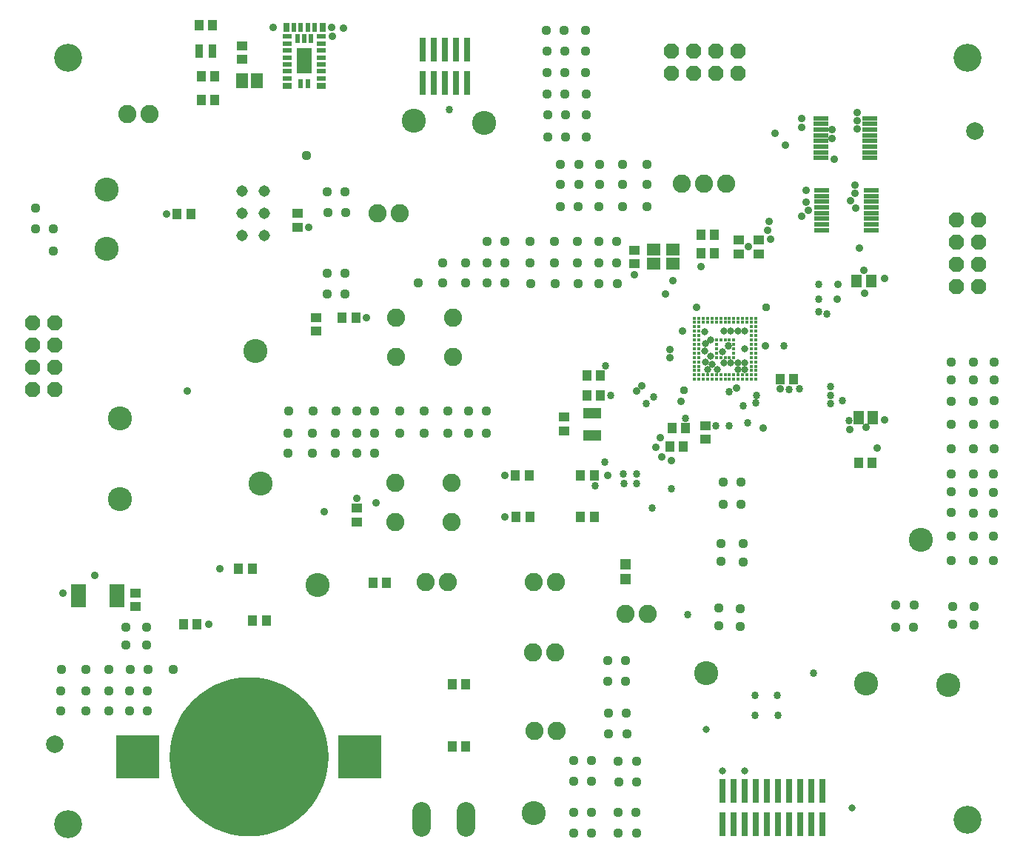
<source format=gts>
G75*
%MOIN*%
%OFA0B0*%
%FSLAX25Y25*%
%IPPOS*%
%LPD*%
%AMOC8*
5,1,8,0,0,1.08239X$1,22.5*
%
%ADD10C,0.10800*%
%ADD11R,0.04619X0.04422*%
%ADD12R,0.04422X0.04619*%
%ADD13C,0.08200*%
%ADD14R,0.04658X0.04225*%
%ADD15C,0.12611*%
%ADD16OC8,0.06800*%
%ADD17R,0.04225X0.04658*%
%ADD18R,0.06600X0.02200*%
%ADD19R,0.04737X0.05131*%
%ADD20R,0.04698X0.01981*%
%ADD21R,0.06312X0.05328*%
%ADD22R,0.08280X0.05131*%
%ADD23C,0.07874*%
%ADD24C,0.01784*%
%ADD25C,0.03753*%
%ADD26R,0.06700X0.02500*%
%ADD27R,0.02375X0.03950*%
%ADD28R,0.06706X0.11824*%
%ADD29R,0.03950X0.02375*%
%ADD30R,0.02965X0.03950*%
%ADD31R,0.03950X0.02965*%
%ADD32R,0.03556X0.06312*%
%ADD33C,0.05162*%
%ADD34R,0.05367X0.06587*%
%ADD35C,0.08300*%
%ADD36R,0.16800X0.16800*%
%ADD37R,0.19800X0.19800*%
%ADD38C,0.00500*%
%ADD39R,0.02769X0.10643*%
%ADD40C,0.03200*%
%ADD41C,0.03581*%
%ADD42C,0.03400*%
%ADD43C,0.04369*%
D10*
X0173469Y0133921D03*
X0147756Y0179346D03*
X0084252Y0172417D03*
X0084252Y0208795D03*
X0145193Y0239083D03*
X0078346Y0285094D03*
X0078346Y0311709D03*
X0216745Y0342869D03*
X0248484Y0341890D03*
X0445039Y0153992D03*
X0457443Y0088761D03*
X0420217Y0089563D03*
X0348484Y0094000D03*
X0270783Y0031142D03*
D11*
X0091378Y0124169D03*
X0091378Y0130272D03*
X0172685Y0248008D03*
X0172685Y0254110D03*
X0284417Y0209362D03*
X0284417Y0203260D03*
X0347984Y0205551D03*
X0347984Y0199449D03*
X0315984Y0278449D03*
X0315984Y0284551D03*
X0362984Y0282949D03*
X0362984Y0289051D03*
X0372031Y0289051D03*
X0372031Y0282949D03*
X0139488Y0370465D03*
X0139488Y0376567D03*
D12*
X0126055Y0385748D03*
X0119953Y0385748D03*
X0120929Y0362657D03*
X0127031Y0362657D03*
X0127047Y0352020D03*
X0120945Y0352020D03*
X0294579Y0227984D03*
X0300681Y0227984D03*
X0300835Y0219189D03*
X0294732Y0219189D03*
X0332933Y0204516D03*
X0339035Y0204516D03*
X0338051Y0196000D03*
X0331949Y0196000D03*
X0381630Y0226492D03*
X0387732Y0226492D03*
X0416957Y0188665D03*
X0423059Y0188665D03*
X0352035Y0283000D03*
X0345933Y0283000D03*
X0345933Y0291500D03*
X0352035Y0291500D03*
X0204409Y0134906D03*
X0198307Y0134906D03*
X0233933Y0089000D03*
X0240035Y0089000D03*
X0240142Y0061000D03*
X0234039Y0061000D03*
X0119035Y0116000D03*
X0112933Y0116000D03*
D13*
X0208184Y0162100D03*
X0208184Y0179900D03*
X0233784Y0179900D03*
X0233784Y0162100D03*
X0231984Y0135000D03*
X0221984Y0135000D03*
X0270484Y0103500D03*
X0280484Y0103500D03*
X0311953Y0120720D03*
X0321953Y0120720D03*
X0280559Y0135000D03*
X0270559Y0135000D03*
X0270984Y0068000D03*
X0280984Y0068000D03*
X0234316Y0236431D03*
X0234316Y0254231D03*
X0208716Y0254231D03*
X0208716Y0236431D03*
X0210315Y0301000D03*
X0200315Y0301000D03*
X0097669Y0345728D03*
X0087669Y0345728D03*
X0337244Y0314622D03*
X0347244Y0314622D03*
X0357244Y0314622D03*
D14*
X0190984Y0168362D03*
X0190984Y0162063D03*
X0164291Y0294780D03*
X0164291Y0301079D03*
D15*
X0060984Y0026000D03*
X0465984Y0028000D03*
X0465984Y0371000D03*
X0060984Y0371000D03*
D16*
X0055000Y0251748D03*
X0055000Y0241748D03*
X0045000Y0241748D03*
X0045000Y0251748D03*
X0045000Y0231748D03*
X0045000Y0221748D03*
X0055000Y0221748D03*
X0055000Y0231748D03*
X0332720Y0364000D03*
X0342720Y0364000D03*
X0352720Y0364000D03*
X0362720Y0364000D03*
X0362720Y0374000D03*
X0352720Y0374000D03*
X0342720Y0374000D03*
X0332720Y0374000D03*
X0460984Y0298000D03*
X0470984Y0298000D03*
X0470984Y0288000D03*
X0460984Y0288000D03*
X0460984Y0278000D03*
X0470984Y0278000D03*
X0470984Y0268000D03*
X0460984Y0268000D03*
D17*
X0298134Y0183000D03*
X0291835Y0183000D03*
X0291835Y0164500D03*
X0298134Y0164500D03*
X0269134Y0164500D03*
X0262835Y0164500D03*
X0262335Y0183000D03*
X0268634Y0183000D03*
X0190650Y0254110D03*
X0184350Y0254110D03*
X0116260Y0300843D03*
X0109961Y0300843D03*
X0137835Y0141000D03*
X0144134Y0141000D03*
X0144134Y0117969D03*
X0150433Y0117969D03*
D18*
X0400337Y0293531D03*
X0400337Y0296091D03*
X0400337Y0298650D03*
X0400337Y0301209D03*
X0400337Y0303768D03*
X0400337Y0306327D03*
X0400337Y0308886D03*
X0400337Y0311445D03*
X0399951Y0325996D03*
X0399951Y0328555D03*
X0399951Y0331114D03*
X0399951Y0333673D03*
X0399951Y0336232D03*
X0399951Y0338791D03*
X0399951Y0341350D03*
X0399951Y0343909D03*
X0422151Y0343909D03*
X0422151Y0341350D03*
X0422151Y0338791D03*
X0422151Y0336232D03*
X0422151Y0333673D03*
X0422151Y0331114D03*
X0422151Y0328555D03*
X0422151Y0325996D03*
X0422537Y0311445D03*
X0422537Y0308886D03*
X0422537Y0306327D03*
X0422537Y0303768D03*
X0422537Y0301209D03*
X0422537Y0298650D03*
X0422537Y0296091D03*
X0422537Y0293531D03*
D19*
X0311984Y0143035D03*
X0311984Y0136343D03*
D20*
X0417165Y0207228D03*
X0417165Y0209197D03*
X0417165Y0211165D03*
X0423504Y0211165D03*
X0423504Y0209197D03*
X0423504Y0207228D03*
X0422520Y0268661D03*
X0422520Y0270630D03*
X0422520Y0272598D03*
X0416181Y0272598D03*
X0416181Y0270630D03*
X0416181Y0268661D03*
D21*
X0333315Y0278350D03*
X0333315Y0284650D03*
X0324654Y0284650D03*
X0324654Y0278350D03*
D22*
X0296937Y0211118D03*
X0296937Y0201276D03*
D23*
X0469484Y0338000D03*
X0054984Y0062000D03*
D24*
X0343071Y0226394D03*
X0343071Y0228362D03*
X0345039Y0228362D03*
X0345039Y0226394D03*
X0347008Y0226394D03*
X0347008Y0228362D03*
X0348976Y0228362D03*
X0348976Y0226394D03*
X0350945Y0226394D03*
X0350945Y0228362D03*
X0352913Y0228362D03*
X0352913Y0226394D03*
X0354882Y0226394D03*
X0354882Y0228362D03*
X0356850Y0228362D03*
X0356850Y0226394D03*
X0358819Y0226394D03*
X0358819Y0228362D03*
X0360787Y0228362D03*
X0360787Y0226394D03*
X0362756Y0226394D03*
X0362756Y0228362D03*
X0364724Y0228362D03*
X0364724Y0226394D03*
X0366693Y0226394D03*
X0366693Y0228362D03*
X0368661Y0228362D03*
X0368661Y0226394D03*
X0370630Y0226394D03*
X0370630Y0228362D03*
X0370630Y0230331D03*
X0370630Y0232299D03*
X0368661Y0232299D03*
X0368661Y0230331D03*
X0368661Y0234268D03*
X0368661Y0236236D03*
X0368661Y0238205D03*
X0368661Y0240173D03*
X0368661Y0242142D03*
X0368661Y0244110D03*
X0368661Y0246079D03*
X0368661Y0248047D03*
X0368661Y0250016D03*
X0368661Y0251984D03*
X0366693Y0251984D03*
X0364724Y0251984D03*
X0362756Y0251984D03*
X0360787Y0251984D03*
X0358819Y0251984D03*
X0356850Y0251984D03*
X0354882Y0251984D03*
X0352913Y0251984D03*
X0350945Y0251984D03*
X0348976Y0251984D03*
X0347008Y0251984D03*
X0345039Y0251984D03*
X0343071Y0251984D03*
X0343071Y0250016D03*
X0345039Y0250016D03*
X0345039Y0248047D03*
X0343071Y0248047D03*
X0343071Y0246079D03*
X0345039Y0246079D03*
X0345039Y0244110D03*
X0343071Y0244110D03*
X0343071Y0242142D03*
X0345039Y0242142D03*
X0345039Y0240173D03*
X0343071Y0240173D03*
X0343071Y0238205D03*
X0345039Y0238205D03*
X0345039Y0236236D03*
X0343071Y0236236D03*
X0343071Y0234268D03*
X0345039Y0234268D03*
X0345039Y0232299D03*
X0343071Y0232299D03*
X0343071Y0230331D03*
X0345039Y0230331D03*
X0352913Y0236236D03*
X0352913Y0238205D03*
X0352913Y0240173D03*
X0352913Y0242142D03*
X0352913Y0244110D03*
X0354882Y0244110D03*
X0356850Y0244110D03*
X0358819Y0244110D03*
X0360787Y0244110D03*
X0360787Y0242142D03*
X0360787Y0240173D03*
X0360787Y0238205D03*
X0360787Y0236236D03*
X0358819Y0236236D03*
X0356850Y0236236D03*
X0354882Y0236236D03*
X0370630Y0236236D03*
X0370630Y0234268D03*
X0370630Y0238205D03*
X0370630Y0240173D03*
X0370630Y0242142D03*
X0370630Y0244110D03*
X0370630Y0246079D03*
X0370630Y0248047D03*
X0370630Y0250016D03*
X0370630Y0251984D03*
X0370630Y0253953D03*
X0368661Y0253953D03*
X0366693Y0253953D03*
X0364724Y0253953D03*
X0362756Y0253953D03*
X0360787Y0253953D03*
X0358819Y0253953D03*
X0356850Y0253953D03*
X0354882Y0253953D03*
X0352913Y0253953D03*
X0350945Y0253953D03*
X0348976Y0253953D03*
X0347008Y0253953D03*
X0345039Y0253953D03*
X0343071Y0253953D03*
D25*
X0375394Y0258717D03*
X0338307Y0221630D03*
D26*
X0082974Y0132753D03*
X0082974Y0130253D03*
X0082974Y0127653D03*
X0082974Y0125153D03*
X0065774Y0125153D03*
X0065774Y0127653D03*
X0065774Y0130253D03*
X0065774Y0132753D03*
D27*
X0165787Y0359504D03*
X0168937Y0359504D03*
X0167362Y0379976D03*
X0164213Y0379976D03*
X0165787Y0384701D03*
X0162638Y0384701D03*
X0168937Y0384701D03*
X0172087Y0384701D03*
X0170512Y0379976D03*
D28*
X0167362Y0369740D03*
D29*
X0175039Y0368165D03*
X0175039Y0365016D03*
X0175039Y0361866D03*
X0175039Y0371315D03*
X0175039Y0374465D03*
X0175039Y0377614D03*
X0175039Y0380764D03*
X0159685Y0380764D03*
X0159685Y0377614D03*
X0159685Y0374465D03*
X0159685Y0371315D03*
X0159685Y0368165D03*
X0159685Y0365016D03*
X0159685Y0361866D03*
D30*
X0159193Y0384701D03*
X0175531Y0384701D03*
D31*
X0175039Y0358421D03*
X0159685Y0358421D03*
D32*
X0125957Y0374126D03*
X0120051Y0374126D03*
D33*
X0139252Y0311079D03*
X0149252Y0311079D03*
X0149252Y0301079D03*
X0139252Y0301079D03*
X0139252Y0291079D03*
X0149252Y0291079D03*
D34*
X0146165Y0360870D03*
X0139276Y0360870D03*
D35*
X0219984Y0032250D02*
X0219984Y0024750D01*
X0239984Y0024750D02*
X0239984Y0032250D01*
D36*
X0142484Y0056500D03*
D37*
X0092484Y0056500D03*
X0192484Y0056500D03*
D38*
X0177917Y0056500D02*
X0177695Y0052533D01*
X0177029Y0048615D01*
X0175929Y0044797D01*
X0174408Y0041126D01*
X0172486Y0037648D01*
X0170187Y0034408D01*
X0167539Y0031445D01*
X0164576Y0028797D01*
X0161336Y0026498D01*
X0157858Y0024576D01*
X0154187Y0023055D01*
X0150369Y0021955D01*
X0146452Y0021290D01*
X0142484Y0021067D01*
X0138517Y0021290D01*
X0134600Y0021955D01*
X0130781Y0023055D01*
X0127110Y0024576D01*
X0123633Y0026498D01*
X0120392Y0028797D01*
X0117429Y0031445D01*
X0114782Y0034408D01*
X0112482Y0037648D01*
X0110560Y0041126D01*
X0109040Y0044797D01*
X0107940Y0048615D01*
X0107274Y0052533D01*
X0107051Y0056500D01*
X0107274Y0060467D01*
X0107940Y0064385D01*
X0109040Y0068203D01*
X0110560Y0071874D01*
X0112482Y0075352D01*
X0114782Y0078592D01*
X0117429Y0081555D01*
X0120392Y0084203D01*
X0123633Y0086502D01*
X0127110Y0088424D01*
X0130781Y0089945D01*
X0134600Y0091045D01*
X0138517Y0091710D01*
X0142484Y0091933D01*
X0146452Y0091710D01*
X0150369Y0091045D01*
X0154187Y0089945D01*
X0157858Y0088424D01*
X0161336Y0086502D01*
X0164576Y0084203D01*
X0167539Y0081555D01*
X0170187Y0078592D01*
X0172486Y0075352D01*
X0174408Y0071874D01*
X0175929Y0068203D01*
X0177029Y0064385D01*
X0177695Y0060467D01*
X0177917Y0056500D01*
X0177908Y0056335D02*
X0107060Y0056335D01*
X0107070Y0056833D02*
X0177899Y0056833D01*
X0177871Y0057332D02*
X0107098Y0057332D01*
X0107126Y0057830D02*
X0177843Y0057830D01*
X0177815Y0058329D02*
X0107154Y0058329D01*
X0107182Y0058827D02*
X0177787Y0058827D01*
X0177759Y0059326D02*
X0107210Y0059326D01*
X0107238Y0059824D02*
X0177731Y0059824D01*
X0177703Y0060323D02*
X0107266Y0060323D01*
X0107334Y0060821D02*
X0177634Y0060821D01*
X0177550Y0061320D02*
X0107419Y0061320D01*
X0107504Y0061818D02*
X0177465Y0061818D01*
X0177380Y0062317D02*
X0107588Y0062317D01*
X0107673Y0062815D02*
X0177296Y0062815D01*
X0177211Y0063314D02*
X0107758Y0063314D01*
X0107842Y0063812D02*
X0177126Y0063812D01*
X0177041Y0064311D02*
X0107927Y0064311D01*
X0108062Y0064809D02*
X0176907Y0064809D01*
X0176763Y0065308D02*
X0108206Y0065308D01*
X0108349Y0065806D02*
X0176619Y0065806D01*
X0176476Y0066305D02*
X0108493Y0066305D01*
X0108636Y0066803D02*
X0176332Y0066803D01*
X0176188Y0067302D02*
X0108780Y0067302D01*
X0108924Y0067801D02*
X0176045Y0067801D01*
X0175889Y0068299D02*
X0109079Y0068299D01*
X0109286Y0068798D02*
X0175683Y0068798D01*
X0175476Y0069296D02*
X0109492Y0069296D01*
X0109699Y0069795D02*
X0175270Y0069795D01*
X0175063Y0070293D02*
X0109905Y0070293D01*
X0110112Y0070792D02*
X0174857Y0070792D01*
X0174650Y0071290D02*
X0110318Y0071290D01*
X0110525Y0071789D02*
X0174444Y0071789D01*
X0174180Y0072287D02*
X0110789Y0072287D01*
X0111064Y0072786D02*
X0173904Y0072786D01*
X0173629Y0073284D02*
X0111340Y0073284D01*
X0111615Y0073783D02*
X0173353Y0073783D01*
X0173078Y0074281D02*
X0111891Y0074281D01*
X0112166Y0074780D02*
X0172802Y0074780D01*
X0172527Y0075278D02*
X0112442Y0075278D01*
X0112784Y0075777D02*
X0172185Y0075777D01*
X0171831Y0076275D02*
X0113138Y0076275D01*
X0113491Y0076774D02*
X0171477Y0076774D01*
X0171123Y0077272D02*
X0113845Y0077272D01*
X0114199Y0077771D02*
X0170770Y0077771D01*
X0170416Y0078269D02*
X0114552Y0078269D01*
X0114938Y0078768D02*
X0170030Y0078768D01*
X0169585Y0079266D02*
X0115384Y0079266D01*
X0115829Y0079765D02*
X0169139Y0079765D01*
X0168694Y0080263D02*
X0116275Y0080263D01*
X0116720Y0080762D02*
X0168248Y0080762D01*
X0167803Y0081260D02*
X0117166Y0081260D01*
X0117657Y0081759D02*
X0167311Y0081759D01*
X0166753Y0082257D02*
X0118215Y0082257D01*
X0118773Y0082756D02*
X0166195Y0082756D01*
X0165638Y0083254D02*
X0119331Y0083254D01*
X0119889Y0083753D02*
X0165080Y0083753D01*
X0164508Y0084251D02*
X0120461Y0084251D01*
X0121163Y0084750D02*
X0163805Y0084750D01*
X0163103Y0085248D02*
X0121866Y0085248D01*
X0122568Y0085747D02*
X0162400Y0085747D01*
X0161697Y0086245D02*
X0123271Y0086245D01*
X0124070Y0086744D02*
X0160898Y0086744D01*
X0159996Y0087242D02*
X0124972Y0087242D01*
X0125874Y0087741D02*
X0159094Y0087741D01*
X0158192Y0088239D02*
X0126776Y0088239D01*
X0127868Y0088738D02*
X0157100Y0088738D01*
X0155897Y0089237D02*
X0129072Y0089237D01*
X0130275Y0089735D02*
X0154693Y0089735D01*
X0153184Y0090234D02*
X0131784Y0090234D01*
X0133514Y0090732D02*
X0151454Y0090732D01*
X0149275Y0091231D02*
X0135694Y0091231D01*
X0138852Y0091729D02*
X0146117Y0091729D01*
X0177880Y0055836D02*
X0107088Y0055836D01*
X0107116Y0055338D02*
X0177852Y0055338D01*
X0177824Y0054839D02*
X0107144Y0054839D01*
X0107172Y0054341D02*
X0177796Y0054341D01*
X0177768Y0053842D02*
X0107200Y0053842D01*
X0107228Y0053344D02*
X0177740Y0053344D01*
X0177712Y0052845D02*
X0107256Y0052845D01*
X0107306Y0052347D02*
X0177663Y0052347D01*
X0177578Y0051848D02*
X0107390Y0051848D01*
X0107475Y0051350D02*
X0177494Y0051350D01*
X0177409Y0050851D02*
X0107560Y0050851D01*
X0107644Y0050353D02*
X0177324Y0050353D01*
X0177239Y0049854D02*
X0107729Y0049854D01*
X0107814Y0049356D02*
X0177155Y0049356D01*
X0177070Y0048857D02*
X0107899Y0048857D01*
X0108014Y0048359D02*
X0176955Y0048359D01*
X0176811Y0047860D02*
X0108157Y0047860D01*
X0108301Y0047362D02*
X0176668Y0047362D01*
X0176524Y0046863D02*
X0108444Y0046863D01*
X0108588Y0046365D02*
X0176380Y0046365D01*
X0176237Y0045866D02*
X0108732Y0045866D01*
X0108875Y0045368D02*
X0176093Y0045368D01*
X0175950Y0044869D02*
X0109019Y0044869D01*
X0109216Y0044370D02*
X0175752Y0044370D01*
X0175546Y0043872D02*
X0109423Y0043872D01*
X0109629Y0043373D02*
X0175339Y0043373D01*
X0175133Y0042875D02*
X0109836Y0042875D01*
X0110042Y0042376D02*
X0174926Y0042376D01*
X0174720Y0041878D02*
X0110249Y0041878D01*
X0110455Y0041379D02*
X0174513Y0041379D01*
X0174273Y0040881D02*
X0110696Y0040881D01*
X0110971Y0040382D02*
X0173997Y0040382D01*
X0173722Y0039884D02*
X0111247Y0039884D01*
X0111522Y0039385D02*
X0173446Y0039385D01*
X0173171Y0038887D02*
X0111798Y0038887D01*
X0112073Y0038388D02*
X0172895Y0038388D01*
X0172620Y0037890D02*
X0112349Y0037890D01*
X0112665Y0037391D02*
X0172304Y0037391D01*
X0171950Y0036893D02*
X0113018Y0036893D01*
X0113372Y0036394D02*
X0171596Y0036394D01*
X0171243Y0035896D02*
X0113726Y0035896D01*
X0114080Y0035397D02*
X0170889Y0035397D01*
X0170535Y0034899D02*
X0114433Y0034899D01*
X0114788Y0034400D02*
X0170180Y0034400D01*
X0169735Y0033902D02*
X0115234Y0033902D01*
X0115679Y0033403D02*
X0169289Y0033403D01*
X0168844Y0032905D02*
X0116125Y0032905D01*
X0116570Y0032406D02*
X0168398Y0032406D01*
X0167953Y0031908D02*
X0117016Y0031908D01*
X0117469Y0031409D02*
X0167499Y0031409D01*
X0166941Y0030911D02*
X0118027Y0030911D01*
X0118585Y0030412D02*
X0166383Y0030412D01*
X0165826Y0029914D02*
X0119143Y0029914D01*
X0119701Y0029415D02*
X0165268Y0029415D01*
X0164710Y0028917D02*
X0120259Y0028917D01*
X0120927Y0028418D02*
X0164042Y0028418D01*
X0163339Y0027920D02*
X0121629Y0027920D01*
X0122332Y0027421D02*
X0162637Y0027421D01*
X0161934Y0026923D02*
X0123034Y0026923D01*
X0123766Y0026424D02*
X0161202Y0026424D01*
X0160300Y0025926D02*
X0124668Y0025926D01*
X0125570Y0025427D02*
X0159398Y0025427D01*
X0158496Y0024929D02*
X0126472Y0024929D01*
X0127463Y0024430D02*
X0157506Y0024430D01*
X0156302Y0023932D02*
X0128666Y0023932D01*
X0129870Y0023433D02*
X0155099Y0023433D01*
X0153768Y0022934D02*
X0131201Y0022934D01*
X0132931Y0022436D02*
X0152037Y0022436D01*
X0150264Y0021937D02*
X0134705Y0021937D01*
X0137639Y0021439D02*
X0147330Y0021439D01*
D39*
X0355586Y0026038D03*
X0360586Y0026038D03*
X0365586Y0026038D03*
X0370586Y0026038D03*
X0375586Y0026038D03*
X0380586Y0026038D03*
X0385586Y0026038D03*
X0390586Y0026038D03*
X0395586Y0026038D03*
X0400586Y0026038D03*
X0400586Y0041038D03*
X0395586Y0041038D03*
X0390586Y0041038D03*
X0385586Y0041038D03*
X0380586Y0041038D03*
X0375586Y0041038D03*
X0370586Y0041038D03*
X0365586Y0041038D03*
X0360586Y0041038D03*
X0355586Y0041038D03*
X0240743Y0359946D03*
X0235743Y0359946D03*
X0230743Y0359946D03*
X0225743Y0359946D03*
X0220743Y0359946D03*
X0220743Y0374946D03*
X0225743Y0374946D03*
X0230743Y0374946D03*
X0235743Y0374946D03*
X0240743Y0374946D03*
D40*
X0347598Y0247654D03*
X0350354Y0244307D03*
X0347992Y0242339D03*
X0347795Y0239189D03*
X0350354Y0236827D03*
X0347992Y0234268D03*
X0351142Y0233283D03*
X0353307Y0230921D03*
X0356260Y0233874D03*
X0359409Y0233874D03*
X0362559Y0233874D03*
X0362559Y0230724D03*
X0365709Y0230724D03*
X0365709Y0233874D03*
X0365709Y0240173D03*
X0365709Y0248244D03*
X0362559Y0248244D03*
X0359409Y0248244D03*
X0356260Y0248244D03*
X0355669Y0238795D03*
X0348976Y0230724D03*
X0348484Y0068701D03*
X0355670Y0050053D03*
X0365562Y0050307D03*
X0414054Y0033629D03*
D41*
X0257717Y0164504D03*
X0257795Y0183047D03*
X0304008Y0183000D03*
X0325787Y0195961D03*
X0327520Y0200016D03*
X0328307Y0191551D03*
X0332638Y0189976D03*
X0336969Y0216551D03*
X0319449Y0223638D03*
X0316890Y0221079D03*
X0332047Y0236039D03*
X0332047Y0239780D03*
X0337559Y0248047D03*
X0343858Y0258874D03*
X0329882Y0264780D03*
X0333346Y0270843D03*
X0345906Y0277299D03*
X0367480Y0286236D03*
X0377323Y0289386D03*
X0376142Y0293520D03*
X0376535Y0297457D03*
X0391299Y0299819D03*
X0394449Y0302378D03*
X0393465Y0306118D03*
X0393268Y0311433D03*
X0405866Y0325606D03*
X0404882Y0334661D03*
X0404882Y0338795D03*
X0416496Y0338992D03*
X0416496Y0342732D03*
X0416496Y0346472D03*
X0391496Y0343913D03*
X0391496Y0339976D03*
X0384016Y0331709D03*
X0379291Y0337220D03*
X0415512Y0313795D03*
X0415512Y0310055D03*
X0413346Y0306709D03*
X0415709Y0303362D03*
X0417283Y0285646D03*
X0419449Y0275409D03*
X0428701Y0271866D03*
X0419646Y0265173D03*
X0407441Y0262614D03*
X0407638Y0269307D03*
X0374961Y0241354D03*
X0381654Y0222063D03*
X0362165Y0222457D03*
X0373976Y0204346D03*
X0412953Y0203677D03*
X0420433Y0204740D03*
X0428701Y0208087D03*
X0425354Y0195567D03*
X0315945Y0273598D03*
X0195433Y0254150D03*
X0169213Y0294780D03*
X0105472Y0300803D03*
X0180079Y0380724D03*
X0179685Y0384858D03*
X0185000Y0384465D03*
X0153504Y0384661D03*
X0114528Y0221079D03*
X0176339Y0166748D03*
X0190906Y0172654D03*
X0199764Y0170882D03*
X0129213Y0141000D03*
X0124449Y0116000D03*
X0072992Y0138205D03*
X0058740Y0130252D03*
D42*
X0298189Y0178362D03*
X0302520Y0188992D03*
X0311181Y0183677D03*
X0311378Y0179543D03*
X0316890Y0179543D03*
X0316890Y0183677D03*
X0332835Y0177102D03*
X0324173Y0168520D03*
X0352520Y0205528D03*
X0358819Y0205528D03*
X0367087Y0206906D03*
X0365118Y0214386D03*
X0370630Y0215961D03*
X0371024Y0219307D03*
X0358819Y0220882D03*
X0339134Y0208874D03*
X0324685Y0218598D03*
X0321260Y0215528D03*
X0305276Y0219307D03*
X0303110Y0232496D03*
X0358228Y0241551D03*
X0383425Y0241354D03*
X0385787Y0221866D03*
X0390315Y0222260D03*
X0404291Y0223244D03*
X0404291Y0219307D03*
X0404291Y0215370D03*
X0409606Y0216748D03*
X0412756Y0207890D03*
X0402717Y0255724D03*
X0399173Y0256709D03*
X0399173Y0262417D03*
X0399173Y0269307D03*
X0232833Y0347721D03*
X0340118Y0120488D03*
X0370433Y0084071D03*
X0380472Y0084071D03*
X0380669Y0075016D03*
X0370433Y0075016D03*
X0396614Y0093992D03*
D43*
X0363740Y0115173D03*
X0363740Y0123244D03*
X0353898Y0123441D03*
X0353898Y0115370D03*
X0355079Y0144504D03*
X0355079Y0152575D03*
X0364921Y0152378D03*
X0364921Y0144307D03*
X0363937Y0170291D03*
X0355866Y0170291D03*
X0356063Y0180134D03*
X0364134Y0180134D03*
X0433819Y0124819D03*
X0441890Y0124819D03*
X0441693Y0114976D03*
X0433622Y0114976D03*
X0459213Y0116157D03*
X0459213Y0124228D03*
X0469055Y0124031D03*
X0469055Y0115961D03*
X0468661Y0144701D03*
X0477717Y0144701D03*
X0477717Y0155724D03*
X0468661Y0155724D03*
X0458819Y0155921D03*
X0468661Y0166157D03*
X0477717Y0166157D03*
X0477717Y0175606D03*
X0477717Y0183677D03*
X0468661Y0183677D03*
X0468661Y0175606D03*
X0458819Y0175803D03*
X0458819Y0183874D03*
X0458819Y0195094D03*
X0468661Y0195094D03*
X0477913Y0195291D03*
X0477913Y0206315D03*
X0468661Y0206118D03*
X0458819Y0206118D03*
X0458819Y0216551D03*
X0468661Y0216551D03*
X0477913Y0216748D03*
X0477913Y0226197D03*
X0477913Y0234268D03*
X0468661Y0234071D03*
X0468661Y0226000D03*
X0458819Y0226000D03*
X0458819Y0234071D03*
X0458819Y0166354D03*
X0458819Y0144898D03*
X0316890Y0054543D03*
X0308819Y0054543D03*
X0309016Y0045291D03*
X0317087Y0045291D03*
X0316693Y0031512D03*
X0308622Y0031512D03*
X0308819Y0022260D03*
X0316890Y0022260D03*
X0296811Y0022260D03*
X0288740Y0022260D03*
X0288543Y0031512D03*
X0296614Y0031512D03*
X0296811Y0045488D03*
X0288740Y0045488D03*
X0288543Y0054740D03*
X0296614Y0054740D03*
X0304488Y0066748D03*
X0312559Y0066748D03*
X0312362Y0076000D03*
X0304291Y0076000D03*
X0304094Y0090567D03*
X0312165Y0090567D03*
X0311969Y0099819D03*
X0303898Y0099819D03*
X0198976Y0193126D03*
X0190906Y0193126D03*
X0181457Y0193126D03*
X0171024Y0193126D03*
X0160000Y0193126D03*
X0160000Y0202181D03*
X0160197Y0212024D03*
X0171220Y0212024D03*
X0171024Y0202181D03*
X0181457Y0202181D03*
X0190906Y0202181D03*
X0198976Y0202181D03*
X0199173Y0212024D03*
X0191102Y0212024D03*
X0181654Y0212024D03*
X0210394Y0212024D03*
X0210394Y0202181D03*
X0221417Y0202181D03*
X0221417Y0212024D03*
X0231850Y0212024D03*
X0241299Y0212024D03*
X0249370Y0212024D03*
X0249370Y0202181D03*
X0241299Y0202181D03*
X0231850Y0202181D03*
X0185787Y0264780D03*
X0177717Y0264780D03*
X0177520Y0274031D03*
X0185591Y0274031D03*
X0185984Y0301591D03*
X0177913Y0301591D03*
X0177717Y0310843D03*
X0185787Y0310843D03*
X0168268Y0327181D03*
X0229685Y0278756D03*
X0229685Y0269701D03*
X0240118Y0269701D03*
X0240118Y0278756D03*
X0249567Y0278756D03*
X0257638Y0278756D03*
X0257638Y0269701D03*
X0249567Y0269701D03*
X0249764Y0288598D03*
X0257835Y0288598D03*
X0269055Y0288598D03*
X0269055Y0278756D03*
X0269252Y0269504D03*
X0280276Y0269504D03*
X0280079Y0278756D03*
X0280079Y0288598D03*
X0290512Y0288598D03*
X0299961Y0288598D03*
X0308031Y0288598D03*
X0308031Y0278756D03*
X0299961Y0278756D03*
X0290512Y0278756D03*
X0290709Y0269504D03*
X0300157Y0269504D03*
X0308228Y0269504D03*
X0310591Y0304150D03*
X0300157Y0304150D03*
X0290709Y0304150D03*
X0282638Y0304150D03*
X0282835Y0313992D03*
X0290906Y0313992D03*
X0290906Y0323047D03*
X0282835Y0323047D03*
X0285000Y0335646D03*
X0276929Y0335646D03*
X0276929Y0345488D03*
X0285000Y0345488D03*
X0284803Y0354740D03*
X0276732Y0354740D03*
X0276535Y0364386D03*
X0284606Y0364386D03*
X0294055Y0364386D03*
X0294055Y0374228D03*
X0293858Y0383480D03*
X0284409Y0383480D03*
X0276339Y0383480D03*
X0276535Y0374228D03*
X0284606Y0374228D03*
X0294252Y0354740D03*
X0294449Y0345488D03*
X0294449Y0335646D03*
X0300354Y0323047D03*
X0300354Y0313992D03*
X0310787Y0313992D03*
X0310787Y0323047D03*
X0321811Y0323047D03*
X0321811Y0313992D03*
X0321614Y0304150D03*
X0218661Y0269701D03*
X0054488Y0284268D03*
X0054488Y0294110D03*
X0046417Y0294110D03*
X0046220Y0303362D03*
X0087165Y0114780D03*
X0096417Y0114976D03*
X0096417Y0106906D03*
X0087165Y0106709D03*
X0088937Y0095882D03*
X0097008Y0095882D03*
X0096811Y0086039D03*
X0088740Y0086039D03*
X0088740Y0076984D03*
X0096811Y0076984D03*
X0079291Y0076984D03*
X0079291Y0086039D03*
X0079488Y0095882D03*
X0069055Y0095882D03*
X0068858Y0086039D03*
X0068858Y0076984D03*
X0057835Y0076984D03*
X0057835Y0086039D03*
X0058031Y0095882D03*
X0108228Y0095882D03*
M02*

</source>
